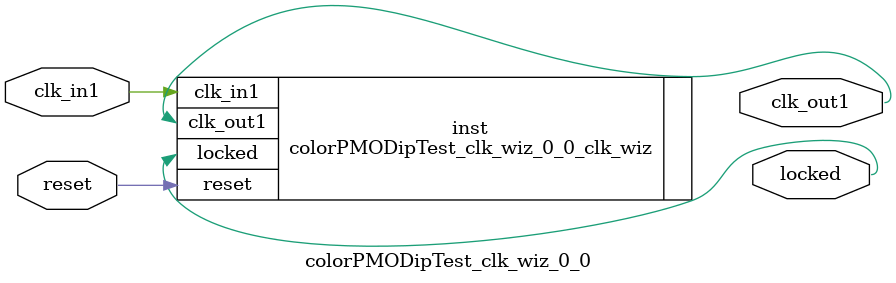
<source format=v>


`timescale 1ps/1ps

(* CORE_GENERATION_INFO = "colorPMODipTest_clk_wiz_0_0,clk_wiz_v6_0_6_0_0,{component_name=colorPMODipTest_clk_wiz_0_0,use_phase_alignment=true,use_min_o_jitter=false,use_max_i_jitter=false,use_dyn_phase_shift=false,use_inclk_switchover=false,use_dyn_reconfig=false,enable_axi=0,feedback_source=FDBK_AUTO,PRIMITIVE=MMCM,num_out_clk=1,clkin1_period=10.000,clkin2_period=10.000,use_power_down=false,use_reset=true,use_locked=true,use_inclk_stopped=false,feedback_type=SINGLE,CLOCK_MGR_TYPE=NA,manual_override=false}" *)

module colorPMODipTest_clk_wiz_0_0 
 (
  // Clock out ports
  output        clk_out1,
  // Status and control signals
  input         reset,
  output        locked,
 // Clock in ports
  input         clk_in1
 );

  colorPMODipTest_clk_wiz_0_0_clk_wiz inst
  (
  // Clock out ports  
  .clk_out1(clk_out1),
  // Status and control signals               
  .reset(reset), 
  .locked(locked),
 // Clock in ports
  .clk_in1(clk_in1)
  );

endmodule

</source>
